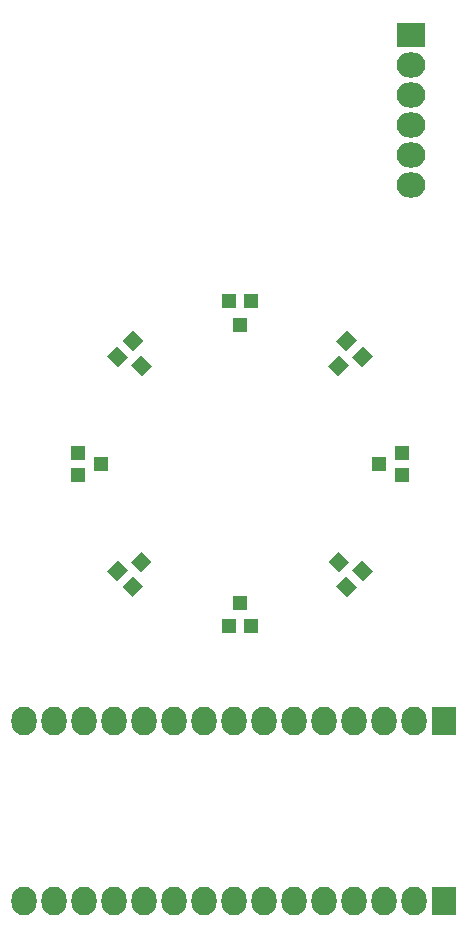
<source format=gts>
G04 #@! TF.FileFunction,Soldermask,Top*
%FSLAX46Y46*%
G04 Gerber Fmt 4.6, Leading zero omitted, Abs format (unit mm)*
G04 Created by KiCad (PCBNEW 4.0.4-stable) date Thursday, December 08, 2016 'AMt' 10:27:16 AM*
%MOMM*%
%LPD*%
G01*
G04 APERTURE LIST*
%ADD10C,0.100000*%
%ADD11R,1.200000X1.300000*%
%ADD12R,1.300000X1.200000*%
%ADD13R,2.127200X2.432000*%
%ADD14O,2.127200X2.432000*%
%ADD15R,2.432000X2.127200*%
%ADD16O,2.432000X2.127200*%
G04 APERTURE END LIST*
D10*
G36*
X134939238Y-123184213D02*
X134090710Y-124032741D01*
X133171472Y-123113503D01*
X134020000Y-122264975D01*
X134939238Y-123184213D01*
X134939238Y-123184213D01*
G37*
G36*
X136282741Y-121840710D02*
X135434213Y-122689238D01*
X134514975Y-121770000D01*
X135363503Y-120921472D01*
X136282741Y-121840710D01*
X136282741Y-121840710D01*
G37*
G36*
X134196776Y-121098248D02*
X133348248Y-121946776D01*
X132429010Y-121027538D01*
X133277538Y-120179010D01*
X134196776Y-121098248D01*
X134196776Y-121098248D01*
G37*
D11*
X124050000Y-126500000D03*
X125950000Y-126500000D03*
X125000000Y-124500000D03*
X125950000Y-99000000D03*
X124050000Y-99000000D03*
X125000000Y-101000000D03*
D10*
G36*
X135434213Y-102810762D02*
X136282741Y-103659290D01*
X135363503Y-104578528D01*
X134514975Y-103730000D01*
X135434213Y-102810762D01*
X135434213Y-102810762D01*
G37*
G36*
X134090710Y-101467259D02*
X134939238Y-102315787D01*
X134020000Y-103235025D01*
X133171472Y-102386497D01*
X134090710Y-101467259D01*
X134090710Y-101467259D01*
G37*
G36*
X133348248Y-103553224D02*
X134196776Y-104401752D01*
X133277538Y-105320990D01*
X132429010Y-104472462D01*
X133348248Y-103553224D01*
X133348248Y-103553224D01*
G37*
D12*
X138750000Y-113700000D03*
X138750000Y-111800000D03*
X136750000Y-112750000D03*
D10*
G36*
X114565787Y-122689238D02*
X113717259Y-121840710D01*
X114636497Y-120921472D01*
X115485025Y-121770000D01*
X114565787Y-122689238D01*
X114565787Y-122689238D01*
G37*
G36*
X115909290Y-124032741D02*
X115060762Y-123184213D01*
X115980000Y-122264975D01*
X116828528Y-123113503D01*
X115909290Y-124032741D01*
X115909290Y-124032741D01*
G37*
G36*
X116651752Y-121946776D02*
X115803224Y-121098248D01*
X116722462Y-120179010D01*
X117570990Y-121027538D01*
X116651752Y-121946776D01*
X116651752Y-121946776D01*
G37*
D12*
X111250000Y-111800000D03*
X111250000Y-113700000D03*
X113250000Y-112750000D03*
D10*
G36*
X115060762Y-102315787D02*
X115909290Y-101467259D01*
X116828528Y-102386497D01*
X115980000Y-103235025D01*
X115060762Y-102315787D01*
X115060762Y-102315787D01*
G37*
G36*
X113717259Y-103659290D02*
X114565787Y-102810762D01*
X115485025Y-103730000D01*
X114636497Y-104578528D01*
X113717259Y-103659290D01*
X113717259Y-103659290D01*
G37*
G36*
X115803224Y-104401752D02*
X116651752Y-103553224D01*
X117570990Y-104472462D01*
X116722462Y-105320990D01*
X115803224Y-104401752D01*
X115803224Y-104401752D01*
G37*
D13*
X142253500Y-134555500D03*
D14*
X139713500Y-134555500D03*
X137173500Y-134555500D03*
X134633500Y-134555500D03*
X132093500Y-134555500D03*
X129553500Y-134555500D03*
X127013500Y-134555500D03*
X124473500Y-134555500D03*
X121933500Y-134555500D03*
X119393500Y-134555500D03*
X116853500Y-134555500D03*
X114313500Y-134555500D03*
X111773500Y-134555500D03*
X109233500Y-134555500D03*
X106693500Y-134555500D03*
D13*
X142253500Y-149795500D03*
D14*
X139713500Y-149795500D03*
X137173500Y-149795500D03*
X134633500Y-149795500D03*
X132093500Y-149795500D03*
X129553500Y-149795500D03*
X127013500Y-149795500D03*
X124473500Y-149795500D03*
X121933500Y-149795500D03*
X119393500Y-149795500D03*
X116853500Y-149795500D03*
X114313500Y-149795500D03*
X111773500Y-149795500D03*
X109233500Y-149795500D03*
X106693500Y-149795500D03*
D15*
X139488001Y-76454000D03*
D16*
X139488001Y-78994000D03*
X139488001Y-81534000D03*
X139488001Y-84074000D03*
X139488001Y-86614000D03*
X139488001Y-89154000D03*
M02*

</source>
